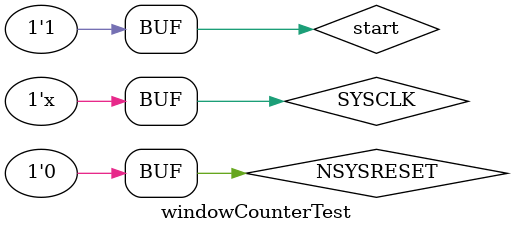
<source format=v>


`timescale 1ns/100ps

module windowCounterTest;

parameter SYSCLK_PERIOD = 10;// 10MHZ

reg SYSCLK;
reg NSYSRESET;

initial
begin
    SYSCLK = 1'b0;
    NSYSRESET = 1'b0;
end

//////////////////////////////////////////////////////////////////////
// Reset Pulse
//////////////////////////////////////////////////////////////////////
initial
begin
    #(SYSCLK_PERIOD * 100 )
        NSYSRESET = 1'b1;
end


//////////////////////////////////////////////////////////////////////
// Clock Driver
//////////////////////////////////////////////////////////////////////
always @(SYSCLK)
    #(SYSCLK_PERIOD / 2.0) SYSCLK <= !SYSCLK;


reg start;
wire [1:0] countX;
wire [1:0] countY;
wire windowValid;
//
//wire [1:0] currentState;
//wire [1:0] nextState;
//
//wire xDone, yDone;
//assign xDone = windowCounter_0.xDone;
//assign yDone = windowCounter_0.yDone;
//assign currentState = windowCounter_0.currentState;
//assign nextState = windowCounter_0.nextState;

//////////////////////////////////////////////////////////////////////
// Instantiate Unit Under Test:  windowCounter
//////////////////////////////////////////////////////////////////////
windowCounter windowCounter_0 (
    // Inputs
    .clk(SYSCLK),
    .reset(NSYSRESET),
    .start(start),

    // Outputs
    .countX(countX),
    .countY(countY),
    .windowValid(windowValid)
    // Inouts

);

initial begin
    start = 0;
end

initial begin
    #5 NSYSRESET = 1;
    #15 NSYSRESET = 0;
    #15 start <= 1;
    #90 start <= 0;
    #10  start <= 1;
end
endmodule


</source>
